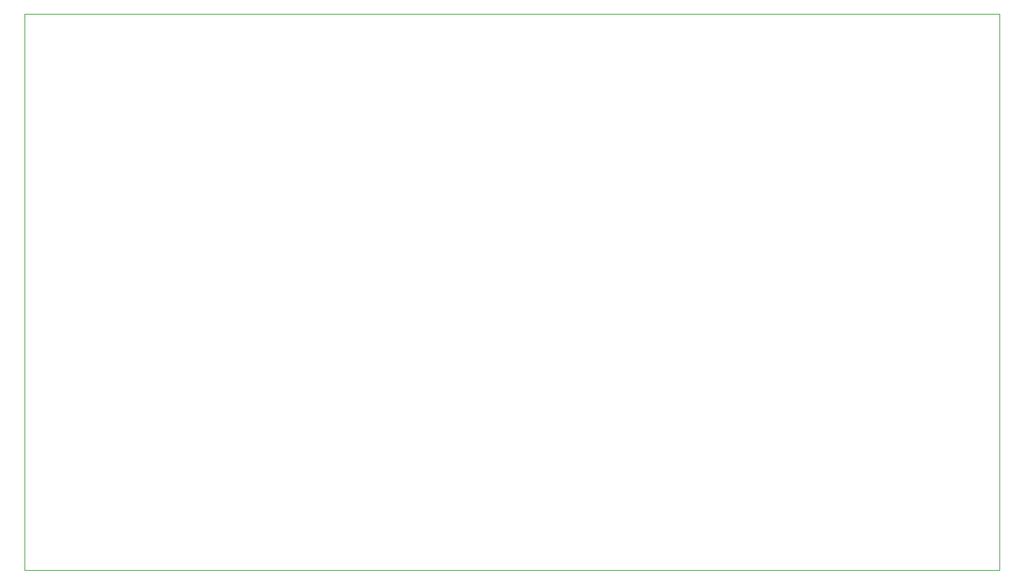
<source format=gm1>
G04 #@! TF.GenerationSoftware,KiCad,Pcbnew,(5.1.10)-1*
G04 #@! TF.CreationDate,2022-01-17T16:27:26-05:00*
G04 #@! TF.ProjectId,breakoutboard-2,62726561-6b6f-4757-9462-6f6172642d32,rev?*
G04 #@! TF.SameCoordinates,Original*
G04 #@! TF.FileFunction,Profile,NP*
%FSLAX46Y46*%
G04 Gerber Fmt 4.6, Leading zero omitted, Abs format (unit mm)*
G04 Created by KiCad (PCBNEW (5.1.10)-1) date 2022-01-17 16:27:26*
%MOMM*%
%LPD*%
G01*
G04 APERTURE LIST*
G04 #@! TA.AperFunction,Profile*
%ADD10C,0.050000*%
G04 #@! TD*
G04 APERTURE END LIST*
D10*
X96520000Y-50165000D02*
X96520000Y-52705000D01*
X220980000Y-50165000D02*
X96520000Y-50165000D01*
X220980000Y-51435000D02*
X220980000Y-50165000D01*
X220980000Y-121285000D02*
X220980000Y-51435000D01*
X96520000Y-121285000D02*
X220980000Y-121285000D01*
X96520000Y-52705000D02*
X96520000Y-121285000D01*
M02*

</source>
